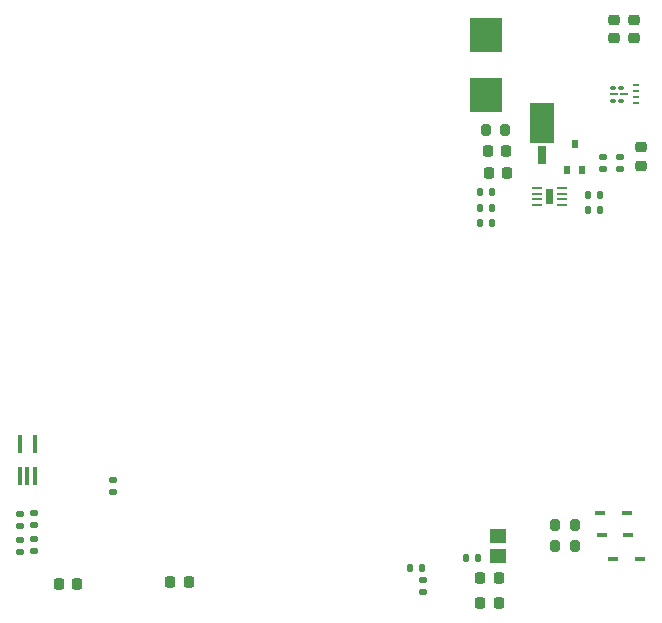
<source format=gbr>
%TF.GenerationSoftware,KiCad,Pcbnew,8.0.0*%
%TF.CreationDate,2025-02-07T12:17:38-03:30*%
%TF.ProjectId,Detection_Eval,44657465-6374-4696-9f6e-5f4576616c2e,rev?*%
%TF.SameCoordinates,Original*%
%TF.FileFunction,Paste,Bot*%
%TF.FilePolarity,Positive*%
%FSLAX46Y46*%
G04 Gerber Fmt 4.6, Leading zero omitted, Abs format (unit mm)*
G04 Created by KiCad (PCBNEW 8.0.0) date 2025-02-07 12:17:38*
%MOMM*%
%LPD*%
G01*
G04 APERTURE LIST*
G04 Aperture macros list*
%AMRoundRect*
0 Rectangle with rounded corners*
0 $1 Rounding radius*
0 $2 $3 $4 $5 $6 $7 $8 $9 X,Y pos of 4 corners*
0 Add a 4 corners polygon primitive as box body*
4,1,4,$2,$3,$4,$5,$6,$7,$8,$9,$2,$3,0*
0 Add four circle primitives for the rounded corners*
1,1,$1+$1,$2,$3*
1,1,$1+$1,$4,$5*
1,1,$1+$1,$6,$7*
1,1,$1+$1,$8,$9*
0 Add four rect primitives between the rounded corners*
20,1,$1+$1,$2,$3,$4,$5,0*
20,1,$1+$1,$4,$5,$6,$7,0*
20,1,$1+$1,$6,$7,$8,$9,0*
20,1,$1+$1,$8,$9,$2,$3,0*%
G04 Aperture macros list end*
%ADD10C,0.000000*%
%ADD11R,0.500000X0.750000*%
%ADD12RoundRect,0.135000X-0.185000X0.135000X-0.185000X-0.135000X0.185000X-0.135000X0.185000X0.135000X0*%
%ADD13R,2.794000X2.958600*%
%ADD14R,0.812800X0.355600*%
%ADD15RoundRect,0.135000X0.185000X-0.135000X0.185000X0.135000X-0.185000X0.135000X-0.185000X-0.135000X0*%
%ADD16RoundRect,0.100000X0.100000X-0.650000X0.100000X0.650000X-0.100000X0.650000X-0.100000X-0.650000X0*%
%ADD17RoundRect,0.225000X0.250000X-0.225000X0.250000X0.225000X-0.250000X0.225000X-0.250000X-0.225000X0*%
%ADD18RoundRect,0.087500X-0.150000X-0.087500X0.150000X-0.087500X0.150000X0.087500X-0.150000X0.087500X0*%
%ADD19RoundRect,0.050000X-0.262500X-0.050000X0.262500X-0.050000X0.262500X0.050000X-0.262500X0.050000X0*%
%ADD20RoundRect,0.062500X-0.162500X-0.062500X0.162500X-0.062500X0.162500X0.062500X-0.162500X0.062500X0*%
%ADD21RoundRect,0.135000X0.135000X0.185000X-0.135000X0.185000X-0.135000X-0.185000X0.135000X-0.185000X0*%
%ADD22R,1.470000X1.200000*%
%ADD23RoundRect,0.225000X0.225000X0.250000X-0.225000X0.250000X-0.225000X-0.250000X0.225000X-0.250000X0*%
%ADD24RoundRect,0.135000X-0.135000X-0.185000X0.135000X-0.185000X0.135000X0.185000X-0.135000X0.185000X0*%
%ADD25R,0.806066X0.256842*%
%ADD26R,2.082800X3.429000*%
%ADD27R,0.711200X1.524000*%
%ADD28RoundRect,0.200000X0.200000X0.275000X-0.200000X0.275000X-0.200000X-0.275000X0.200000X-0.275000X0*%
G04 APERTURE END LIST*
D10*
%TO.C,U8*%
G36*
X135825946Y-104745711D02*
G01*
X135280123Y-104745711D01*
X135280123Y-103499887D01*
X135825946Y-103499887D01*
X135825946Y-104745711D01*
G37*
%TD*%
D11*
%TO.C,Q2*%
X138350000Y-101872800D03*
X137050000Y-101872800D03*
X137700000Y-99672800D03*
%TD*%
D12*
%TO.C,R8*%
X90700000Y-133170000D03*
X90700000Y-134190000D03*
%TD*%
D13*
%TO.C,L1*%
X130200000Y-95500000D03*
X130200000Y-90458600D03*
%TD*%
D14*
%TO.C,D4*%
X143217600Y-134800000D03*
X140982400Y-134800000D03*
%TD*%
D15*
%TO.C,R23*%
X90700000Y-132000000D03*
X90700000Y-130980000D03*
%TD*%
%TO.C,R17*%
X140100000Y-101782800D03*
X140100000Y-100762800D03*
%TD*%
D16*
%TO.C,U1*%
X92000000Y-127760000D03*
X91350000Y-127760000D03*
X90700000Y-127760000D03*
X90700000Y-125100000D03*
X92000000Y-125100000D03*
%TD*%
D17*
%TO.C,C6*%
X141000000Y-90700000D03*
X141000000Y-89150000D03*
%TD*%
D18*
%TO.C,U7*%
X140962000Y-94900000D03*
X140962000Y-96000000D03*
D19*
X141037500Y-95450000D03*
D18*
X141637000Y-94900000D03*
X141637000Y-96000000D03*
D19*
X141863000Y-95450000D03*
D20*
X142900000Y-94700000D03*
X142900000Y-95200000D03*
X142900000Y-95700000D03*
X142900000Y-96200000D03*
%TD*%
D21*
%TO.C,R20*%
X139810000Y-104000000D03*
X138790000Y-104000000D03*
%TD*%
%TO.C,R19*%
X139810000Y-105300000D03*
X138790000Y-105300000D03*
%TD*%
D22*
%TO.C,FB1*%
X131200000Y-134600000D03*
X131200000Y-132880000D03*
%TD*%
D23*
%TO.C,C1*%
X105010000Y-136800000D03*
X103460000Y-136800000D03*
%TD*%
D21*
%TO.C,R7*%
X130710000Y-106400000D03*
X129690000Y-106400000D03*
%TD*%
D14*
%TO.C,D6*%
X139882400Y-130900000D03*
X142117600Y-130900000D03*
%TD*%
D15*
%TO.C,R1*%
X91900000Y-131920000D03*
X91900000Y-130900000D03*
%TD*%
D24*
%TO.C,R21*%
X129700000Y-103700000D03*
X130720000Y-103700000D03*
%TD*%
D12*
%TO.C,R3*%
X91900000Y-133100000D03*
X91900000Y-134120000D03*
%TD*%
D23*
%TO.C,C2*%
X95575000Y-136900000D03*
X94025000Y-136900000D03*
%TD*%
D24*
%TO.C,R22*%
X129690000Y-105100000D03*
X130710000Y-105100000D03*
%TD*%
D25*
%TO.C,U8*%
X136606066Y-103372801D03*
X136606066Y-103872799D03*
X136606066Y-104372799D03*
X136606066Y-104872800D03*
X134500000Y-104872800D03*
X134500000Y-104372799D03*
X134500000Y-103872799D03*
X134500000Y-103372801D03*
%TD*%
D26*
%TO.C,D2*%
X134900000Y-97920300D03*
D27*
X134900000Y-100600000D03*
%TD*%
D21*
%TO.C,R10*%
X124800000Y-135610000D03*
X123780000Y-135610000D03*
%TD*%
D23*
%TO.C,C11*%
X131975000Y-102100000D03*
X130425000Y-102100000D03*
%TD*%
D28*
%TO.C,R15*%
X136075000Y-131900000D03*
X137725000Y-131900000D03*
%TD*%
D15*
%TO.C,R5*%
X98600000Y-129110000D03*
X98600000Y-128090000D03*
%TD*%
D12*
%TO.C,R18*%
X141500000Y-100762800D03*
X141500000Y-101782800D03*
%TD*%
D17*
%TO.C,C3*%
X142720000Y-90700000D03*
X142720000Y-89150000D03*
%TD*%
D24*
%TO.C,R13*%
X128490000Y-134700000D03*
X129510000Y-134700000D03*
%TD*%
D28*
%TO.C,R14*%
X137725000Y-133700000D03*
X136075000Y-133700000D03*
%TD*%
D23*
%TO.C,C8*%
X131275000Y-136400000D03*
X129725000Y-136400000D03*
%TD*%
%TO.C,C7*%
X131875000Y-100300000D03*
X130325000Y-100300000D03*
%TD*%
D17*
%TO.C,C9*%
X143300000Y-101500000D03*
X143300000Y-99950000D03*
%TD*%
D14*
%TO.C,D5*%
X139982400Y-132800000D03*
X142217600Y-132800000D03*
%TD*%
D28*
%TO.C,R16*%
X131825000Y-98500000D03*
X130175000Y-98500000D03*
%TD*%
D15*
%TO.C,R9*%
X124900000Y-137620000D03*
X124900000Y-136600000D03*
%TD*%
D23*
%TO.C,C10*%
X131275000Y-138500000D03*
X129725000Y-138500000D03*
%TD*%
M02*

</source>
